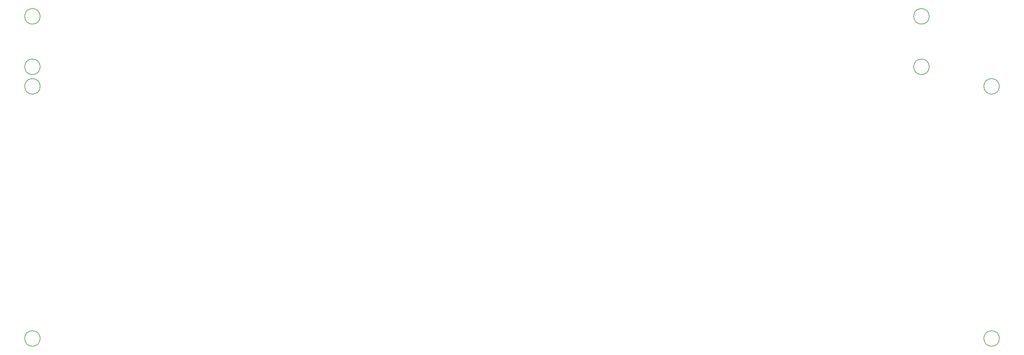
<source format=gbr>
G04 #@! TF.GenerationSoftware,KiCad,Pcbnew,(5.1.4)-1*
G04 #@! TF.CreationDate,2023-05-14T00:18:44+08:00*
G04 #@! TF.ProjectId,chevron,63686576-726f-46e2-9e6b-696361645f70,rev?*
G04 #@! TF.SameCoordinates,Original*
G04 #@! TF.FileFunction,Other,Comment*
%FSLAX46Y46*%
G04 Gerber Fmt 4.6, Leading zero omitted, Abs format (unit mm)*
G04 Created by KiCad (PCBNEW (5.1.4)-1) date 2023-05-14 00:18:44*
%MOMM*%
%LPD*%
G04 APERTURE LIST*
%ADD10C,0.150000*%
G04 APERTURE END LIST*
D10*
X266519416Y-84137712D02*
G75*
G03X266519416Y-84137712I-2200000J0D01*
G01*
X266519416Y-12700032D02*
G75*
G03X266519416Y-12700032I-2200000J0D01*
G01*
X-4943768Y-84137712D02*
G75*
G03X-4943768Y-84137712I-2200000J0D01*
G01*
X-4943768Y-12700032D02*
G75*
G03X-4943768Y-12700032I-2200000J0D01*
G01*
X246675618Y-7143770D02*
G75*
G03X246675618Y-7143770I-2200000J0D01*
G01*
X246675618Y7143768D02*
G75*
G03X246675618Y7143768I-2200000J0D01*
G01*
X-4943768Y-7143770D02*
G75*
G03X-4943768Y-7143770I-2200000J0D01*
G01*
X-4943768Y7143768D02*
G75*
G03X-4943768Y7143768I-2200000J0D01*
G01*
M02*

</source>
